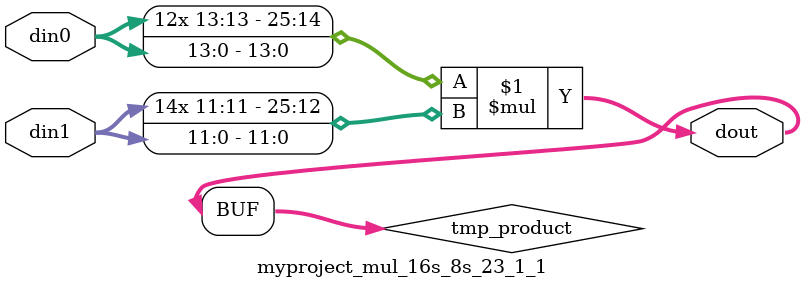
<source format=v>

`timescale 1 ns / 1 ps

  module myproject_mul_16s_8s_23_1_1(din0, din1, dout);
parameter ID = 1;
parameter NUM_STAGE = 0;
parameter din0_WIDTH = 14;
parameter din1_WIDTH = 12;
parameter dout_WIDTH = 26;

input [din0_WIDTH - 1 : 0] din0; 
input [din1_WIDTH - 1 : 0] din1; 
output [dout_WIDTH - 1 : 0] dout;

wire signed [dout_WIDTH - 1 : 0] tmp_product;













assign tmp_product = $signed(din0) * $signed(din1);








assign dout = tmp_product;







endmodule

</source>
